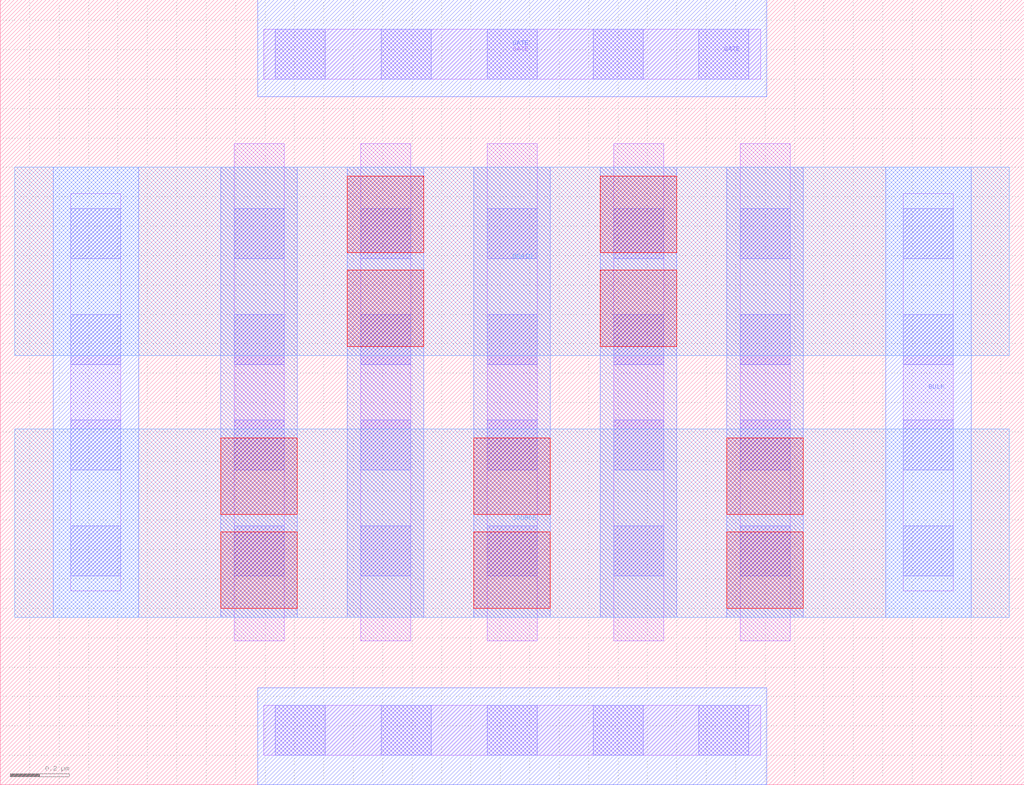
<source format=lef>
# Copyright 2020 The SkyWater PDK Authors
#
# Licensed under the Apache License, Version 2.0 (the "License");
# you may not use this file except in compliance with the License.
# You may obtain a copy of the License at
#
#     https://www.apache.org/licenses/LICENSE-2.0
#
# Unless required by applicable law or agreed to in writing, software
# distributed under the License is distributed on an "AS IS" BASIS,
# WITHOUT WARRANTIES OR CONDITIONS OF ANY KIND, either express or implied.
# See the License for the specific language governing permissions and
# limitations under the License.
#
# SPDX-License-Identifier: Apache-2.0

VERSION 5.7 ;
  NOWIREEXTENSIONATPIN ON ;
  DIVIDERCHAR "/" ;
  BUSBITCHARS "[]" ;
MACRO sky130_fd_pr__rf_pfet_01v8_aM04W1p65L0p15
  CLASS BLOCK ;
  FOREIGN sky130_fd_pr__rf_pfet_01v8_aM04W1p65L0p15 ;
  ORIGIN  0.000000  0.000000 ;
  SIZE  3.480000 BY  2.670000 ;
  PIN BULK
    ANTENNADIFFAREA  0.957000 ;
    PORT
      LAYER met1 ;
        RECT 0.180000 0.570000 0.470000 2.100000 ;
        RECT 3.010000 0.570000 3.300000 2.100000 ;
    END
  END BULK
  PIN DRAIN
    ANTENNADIFFAREA  0.924000 ;
    PORT
      LAYER met2 ;
        RECT 0.050000 1.460000 3.430000 2.100000 ;
    END
  END DRAIN
  PIN GATE
    ANTENNAGATEAREA  0.990000 ;
    PORT
      LAYER li1 ;
        RECT 0.895000 0.100000 2.585000 0.270000 ;
        RECT 0.895000 2.400000 2.585000 2.570000 ;
      LAYER mcon ;
        RECT 0.935000 0.100000 1.105000 0.270000 ;
        RECT 0.935000 2.400000 1.105000 2.570000 ;
        RECT 1.295000 0.100000 1.465000 0.270000 ;
        RECT 1.295000 2.400000 1.465000 2.570000 ;
        RECT 1.655000 0.100000 1.825000 0.270000 ;
        RECT 1.655000 2.400000 1.825000 2.570000 ;
        RECT 2.015000 0.100000 2.185000 0.270000 ;
        RECT 2.015000 2.400000 2.185000 2.570000 ;
        RECT 2.375000 0.100000 2.545000 0.270000 ;
        RECT 2.375000 2.400000 2.545000 2.570000 ;
    END
    PORT
      LAYER met1 ;
        RECT 0.875000 0.000000 2.605000 0.330000 ;
        RECT 0.875000 2.340000 2.605000 2.670000 ;
    END
  END GATE
  PIN SOURCE
    ANTENNADIFFAREA  1.386000 ;
    PORT
      LAYER met2 ;
        RECT 0.050000 0.570000 3.430000 1.210000 ;
    END
  END SOURCE
  OBS
    LAYER li1 ;
      RECT 0.240000 0.660000 0.410000 2.010000 ;
      RECT 0.795000 0.490000 0.965000 2.180000 ;
      RECT 1.225000 0.490000 1.395000 2.180000 ;
      RECT 1.655000 0.490000 1.825000 2.180000 ;
      RECT 2.085000 0.490000 2.255000 2.180000 ;
      RECT 2.515000 0.490000 2.685000 2.180000 ;
      RECT 3.070000 0.660000 3.240000 2.010000 ;
    LAYER mcon ;
      RECT 0.240000 0.710000 0.410000 0.880000 ;
      RECT 0.240000 1.070000 0.410000 1.240000 ;
      RECT 0.240000 1.430000 0.410000 1.600000 ;
      RECT 0.240000 1.790000 0.410000 1.960000 ;
      RECT 0.795000 0.710000 0.965000 0.880000 ;
      RECT 0.795000 1.070000 0.965000 1.240000 ;
      RECT 0.795000 1.430000 0.965000 1.600000 ;
      RECT 0.795000 1.790000 0.965000 1.960000 ;
      RECT 1.225000 0.710000 1.395000 0.880000 ;
      RECT 1.225000 1.070000 1.395000 1.240000 ;
      RECT 1.225000 1.430000 1.395000 1.600000 ;
      RECT 1.225000 1.790000 1.395000 1.960000 ;
      RECT 1.655000 0.710000 1.825000 0.880000 ;
      RECT 1.655000 1.070000 1.825000 1.240000 ;
      RECT 1.655000 1.430000 1.825000 1.600000 ;
      RECT 1.655000 1.790000 1.825000 1.960000 ;
      RECT 2.085000 0.710000 2.255000 0.880000 ;
      RECT 2.085000 1.070000 2.255000 1.240000 ;
      RECT 2.085000 1.430000 2.255000 1.600000 ;
      RECT 2.085000 1.790000 2.255000 1.960000 ;
      RECT 2.515000 0.710000 2.685000 0.880000 ;
      RECT 2.515000 1.070000 2.685000 1.240000 ;
      RECT 2.515000 1.430000 2.685000 1.600000 ;
      RECT 2.515000 1.790000 2.685000 1.960000 ;
      RECT 3.070000 0.710000 3.240000 0.880000 ;
      RECT 3.070000 1.070000 3.240000 1.240000 ;
      RECT 3.070000 1.430000 3.240000 1.600000 ;
      RECT 3.070000 1.790000 3.240000 1.960000 ;
    LAYER met1 ;
      RECT 0.750000 0.570000 1.010000 2.100000 ;
      RECT 1.180000 0.570000 1.440000 2.100000 ;
      RECT 1.610000 0.570000 1.870000 2.100000 ;
      RECT 2.040000 0.570000 2.300000 2.100000 ;
      RECT 2.470000 0.570000 2.730000 2.100000 ;
    LAYER via ;
      RECT 0.750000 0.600000 1.010000 0.860000 ;
      RECT 0.750000 0.920000 1.010000 1.180000 ;
      RECT 1.180000 1.490000 1.440000 1.750000 ;
      RECT 1.180000 1.810000 1.440000 2.070000 ;
      RECT 1.610000 0.600000 1.870000 0.860000 ;
      RECT 1.610000 0.920000 1.870000 1.180000 ;
      RECT 2.040000 1.490000 2.300000 1.750000 ;
      RECT 2.040000 1.810000 2.300000 2.070000 ;
      RECT 2.470000 0.600000 2.730000 0.860000 ;
      RECT 2.470000 0.920000 2.730000 1.180000 ;
  END
END sky130_fd_pr__rf_pfet_01v8_aM04W1p65L0p15
END LIBRARY

</source>
